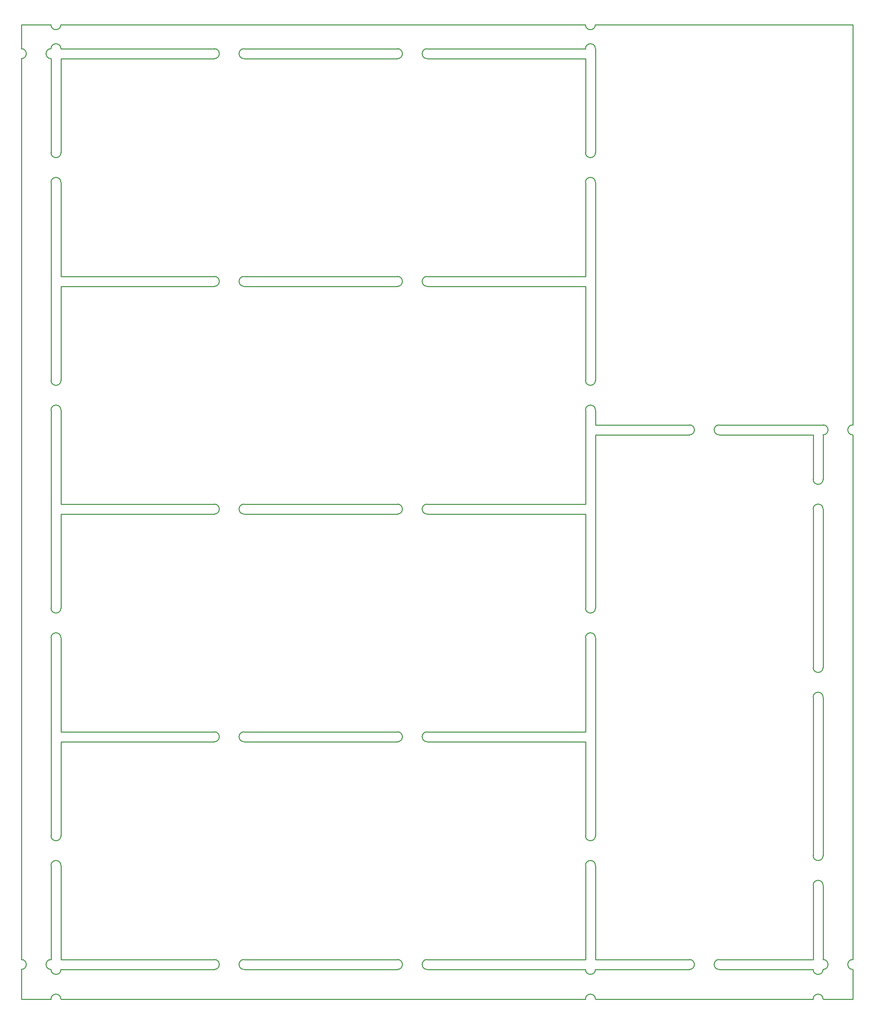
<source format=gm1>
G04*
G04 #@! TF.GenerationSoftware,Altium Limited,Altium Designer,22.0.2 (36)*
G04*
G04 Layer_Color=16711935*
%FSLAX44Y44*%
%MOMM*%
G71*
G04*
G04 #@! TF.SameCoordinates,A2EA2B81-71FB-41A7-B433-9E60F2C241B4*
G04*
G04*
G04 #@! TF.FilePolarity,Positive*
G04*
G01*
G75*
%ADD10C,0.2540*%
D10*
X76000Y2500000D02*
G03*
X101400Y2500000I12700J0D01*
G01*
X101600Y2438400D02*
G03*
X76200Y2438400I-12700J0D01*
G01*
Y2438400D02*
G03*
X76200Y2413000I0J-12700D01*
G01*
X0Y2413000D02*
G03*
X0Y2438400I0J12700D01*
G01*
X1473200D02*
G03*
X1447800Y2438400I-12700J0D01*
G01*
X1447657Y2500000D02*
G03*
X1473057Y2500000I12700J0D01*
G01*
X495300Y2413000D02*
G03*
X495300Y2438400I0J12700D01*
G01*
X571500D02*
G03*
X571500Y2413000I0J-12700D01*
G01*
X965200D02*
G03*
X965200Y2438400I0J12700D01*
G01*
X1041400D02*
G03*
X1041400Y2413000I0J-12700D01*
G01*
X1447800Y2171700D02*
G03*
X1473200Y2171700I12700J0D01*
G01*
X2057400Y0D02*
G03*
X2032000Y0I-12700J0D01*
G01*
X1714500Y1447800D02*
G03*
X1714500Y1473200I0J12700D01*
G01*
X2057400Y76200D02*
G03*
X2057400Y101600I0J12700D01*
G01*
X2133600D02*
G03*
X2133600Y76200I0J-12700D01*
G01*
X2032000Y76200D02*
G03*
X2057400Y76200I12700J0D01*
G01*
X1790700Y101600D02*
G03*
X1790700Y76200I0J-12700D01*
G01*
X101600Y2095500D02*
G03*
X76200Y2095500I-12700J0D01*
G01*
X76200Y2171700D02*
G03*
X101600Y2171700I12700J0D01*
G01*
X1447800Y1587500D02*
G03*
X1473200Y1587500I12700J0D01*
G01*
Y2095500D02*
G03*
X1447800Y2095500I-12700J0D01*
G01*
X1447800Y1003300D02*
G03*
X1473200Y1003300I12700J0D01*
G01*
Y1511300D02*
G03*
X1447800Y1511300I-12700J0D01*
G01*
X1473200Y927100D02*
G03*
X1447800Y927100I-12700J0D01*
G01*
X1041400Y1854200D02*
G03*
X1041400Y1828800I0J-12700D01*
G01*
X965200D02*
G03*
X965200Y1854200I0J12700D01*
G01*
X571500D02*
G03*
X571500Y1828800I0J-12700D01*
G01*
X495300D02*
G03*
X495300Y1854200I0J12700D01*
G01*
X1041400Y1270000D02*
G03*
X1041400Y1244600I0J-12700D01*
G01*
X965200D02*
G03*
X965200Y1270000I0J12700D01*
G01*
X571500D02*
G03*
X571500Y1244600I0J-12700D01*
G01*
X495300D02*
G03*
X495300Y1270000I0J12700D01*
G01*
X101600Y1511300D02*
G03*
X76200Y1511300I-12700J0D01*
G01*
Y1587500D02*
G03*
X101600Y1587500I12700J0D01*
G01*
X76200Y1003300D02*
G03*
X101600Y1003300I12700J0D01*
G01*
X76200Y419100D02*
G03*
X101600Y419100I12700J0D01*
G01*
X495300Y660400D02*
G03*
X495300Y685800I0J12700D01*
G01*
X1790700Y1473200D02*
G03*
X1790700Y1447800I0J-12700D01*
G01*
X2032000Y368300D02*
G03*
X2057400Y368300I12700J0D01*
G01*
X2057400Y774700D02*
G03*
X2032000Y774700I-12700J0D01*
G01*
X2057400Y292100D02*
G03*
X2032000Y292100I-12700J0D01*
G01*
Y850900D02*
G03*
X2057400Y850900I12700J0D01*
G01*
X2057400Y1257300D02*
G03*
X2032000Y1257300I-12700J0D01*
G01*
X2032000Y1333500D02*
G03*
X2057400Y1333500I12700J0D01*
G01*
X1714500Y76200D02*
G03*
X1714500Y101600I0J12700D01*
G01*
X2133600Y1473200D02*
G03*
X2133600Y1447800I0J-12700D01*
G01*
X2057400D02*
G03*
X2057400Y1473200I0J12700D01*
G01*
X76200Y101600D02*
G03*
X76200Y76200I0J-12700D01*
G01*
X0D02*
G03*
X0Y101600I0J12700D01*
G01*
X571500Y685800D02*
G03*
X571500Y660400I0J-12700D01*
G01*
X965200D02*
G03*
X965200Y685800I0J12700D01*
G01*
X1041400D02*
G03*
X1041400Y660400I0J-12700D01*
G01*
X1447800Y76200D02*
G03*
X1473200Y76200I12700J0D01*
G01*
Y0D02*
G03*
X1447800Y0I-12700J0D01*
G01*
X1473200Y342900D02*
G03*
X1447800Y342900I-12700J0D01*
G01*
Y419100D02*
G03*
X1473200Y419100I12700J0D01*
G01*
X1041400Y101600D02*
G03*
X1041400Y76200I0J-12700D01*
G01*
X965200D02*
G03*
X965200Y101600I0J12700D01*
G01*
X571500D02*
G03*
X571500Y76200I0J-12700D01*
G01*
X495300D02*
G03*
X495300Y101600I0J12700D01*
G01*
X101600Y0D02*
G03*
X76200Y0I-12700J0D01*
G01*
Y76200D02*
G03*
X101600Y76200I12700J0D01*
G01*
Y342900D02*
G03*
X76200Y342900I-12700J0D01*
G01*
X101600Y927100D02*
G03*
X76200Y927100I-12700J0D01*
G01*
X1473057Y2500000D02*
X2133600D01*
X101400D02*
X1447657D01*
X0D02*
X76000D01*
X0Y2438400D02*
Y2500000D01*
X2133600D02*
X2133600Y1473200D01*
X-1Y2413000D02*
X0Y101600D01*
X1041400Y2438400D02*
X1447800D01*
X101600Y2413000D02*
X495300D01*
X101600Y2438400D02*
X495300D01*
X571500Y2413000D02*
X965200D01*
X571500Y2438400D02*
X965200D01*
X1041400Y2413000D02*
X1447800D01*
X1473200Y2171700D02*
Y2438400D01*
X1447800Y2171700D02*
Y2413000D01*
X2057400Y0D02*
X2133600D01*
X1473200Y1473200D02*
X1714500D01*
X1473200D02*
Y1511300D01*
X1473200Y1447800D02*
X1714500D01*
X2032000Y101600D02*
Y292100D01*
X1790700Y101600D02*
X2032000Y101600D01*
X1790700Y76200D02*
X2032000Y76200D01*
X101600Y2171700D02*
Y2413000D01*
X76200D02*
X76200Y2171700D01*
X1447800Y1828800D02*
X1447800Y1587500D01*
X1473200D02*
X1473200Y2095500D01*
X1447800Y1854200D02*
Y2095500D01*
X1447800Y1244600D02*
X1447800Y1003300D01*
X1473200D02*
X1473200Y1447800D01*
X1447800Y1270000D02*
Y1511300D01*
Y685800D02*
Y927100D01*
X1041400Y1828800D02*
X1447800D01*
X571500Y1854200D02*
X965200D01*
X571500Y1828800D02*
X965200D01*
X101600Y1854200D02*
X495300D01*
X101600Y1828800D02*
X495300D01*
X1041400Y1854200D02*
X1447800D01*
X1041400Y1244600D02*
X1447800D01*
X571500Y1270000D02*
X965200D01*
X571500Y1244600D02*
X965200D01*
X101600Y1270000D02*
X495300D01*
X101600Y1244600D02*
X495300D01*
X1041400Y1270000D02*
X1447800D01*
X101600Y1854200D02*
Y2095500D01*
X76200D02*
X76200Y1587500D01*
X101600D02*
Y1828800D01*
X101600Y1003300D02*
Y1244600D01*
X76200Y1511300D02*
X76200Y1003300D01*
X101600Y1270000D02*
Y1511300D01*
X1041400Y685800D02*
X1447800D01*
X101600Y660400D02*
X495300D01*
X101600D02*
X101600Y419100D01*
X101600Y685800D02*
X495300D01*
X101600D02*
Y927100D01*
X2057400Y101600D02*
X2057400Y292100D01*
X1790700Y1473200D02*
X2057400Y1473200D01*
X1790700Y1447800D02*
X2032000Y1447800D01*
X2133600Y101600D02*
X2133600Y1447800D01*
X2032000Y774700D02*
X2032000Y368300D01*
X2032000Y1257300D02*
X2032000Y850900D01*
Y1333500D02*
Y1447800D01*
X2057400Y368300D02*
X2057400Y774700D01*
X2057400Y850900D02*
X2057400Y1257300D01*
X2057400Y1333500D02*
Y1447800D01*
X1473200Y101600D02*
X1714500D01*
X1473200Y76200D02*
X1714500Y76200D01*
X76200Y927100D02*
X76200Y419100D01*
X101600Y0D02*
X1447800D01*
X1473200D02*
X2032000D01*
X2133600D02*
Y76200D01*
X0Y0D02*
Y76200D01*
Y0D02*
X76200D01*
X571500Y660400D02*
X965200D01*
X571500Y685800D02*
X965200D01*
X1041400Y660400D02*
X1447800D01*
X1473200Y101600D02*
X1473200Y342900D01*
X1447800Y101600D02*
Y342900D01*
X1473200Y419100D02*
X1473200Y927100D01*
X1447800Y660400D02*
X1447800Y419100D01*
X1041400Y76200D02*
X1447800D01*
X1041400Y101600D02*
X1447800D01*
X571500D02*
X965200D01*
X571500Y76200D02*
X965200D01*
X101600D02*
X495300D01*
X101600Y101600D02*
X495300D01*
X76200D02*
Y342900D01*
X101600Y101600D02*
Y342900D01*
M02*

</source>
